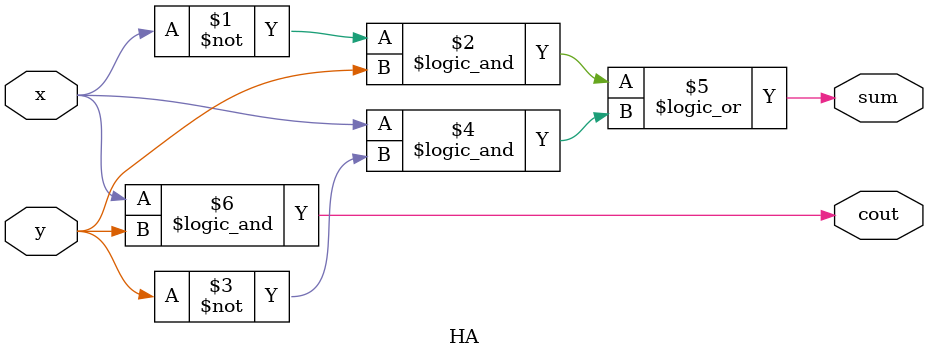
<source format=v>
`timescale 1ns / 1ps
module arithmetic_circuits(
input x,
input y,
output cout,
output sum
    );

HA HA1 (.x(x),.y(y),.sum(sum),.cout(cout));     

endmodule



module HA (
input x,
input y,
output cout,
output sum
);
assign sum = ((~x)&&y) || (x&&(~y));
assign cout = x&&y;
endmodule
</source>
